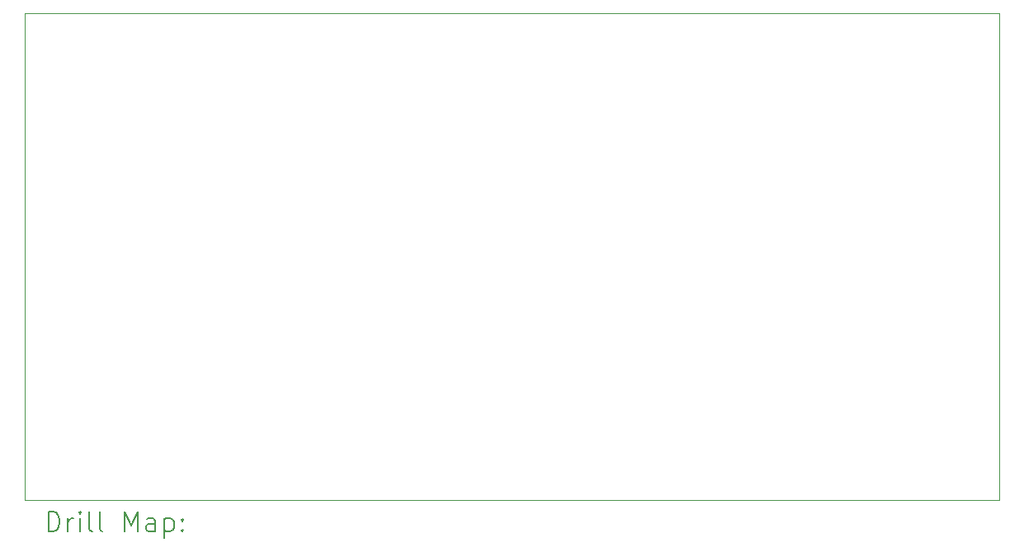
<source format=gbr>
%TF.GenerationSoftware,KiCad,Pcbnew,7.0.1*%
%TF.CreationDate,2023-07-21T17:07:46+02:00*%
%TF.ProjectId,K_PSU_filter,4b5f5053-555f-4666-996c-7465722e6b69,rev?*%
%TF.SameCoordinates,Original*%
%TF.FileFunction,Drillmap*%
%TF.FilePolarity,Positive*%
%FSLAX45Y45*%
G04 Gerber Fmt 4.5, Leading zero omitted, Abs format (unit mm)*
G04 Created by KiCad (PCBNEW 7.0.1) date 2023-07-21 17:07:46*
%MOMM*%
%LPD*%
G01*
G04 APERTURE LIST*
%ADD10C,0.100000*%
%ADD11C,0.200000*%
G04 APERTURE END LIST*
D10*
X10400000Y-3550000D02*
X20400000Y-3550000D01*
X20400000Y-8550000D01*
X10400000Y-8550000D01*
X10400000Y-3550000D01*
D11*
X10642619Y-8867524D02*
X10642619Y-8667524D01*
X10642619Y-8667524D02*
X10690238Y-8667524D01*
X10690238Y-8667524D02*
X10718810Y-8677048D01*
X10718810Y-8677048D02*
X10737857Y-8696095D01*
X10737857Y-8696095D02*
X10747381Y-8715143D01*
X10747381Y-8715143D02*
X10756905Y-8753238D01*
X10756905Y-8753238D02*
X10756905Y-8781810D01*
X10756905Y-8781810D02*
X10747381Y-8819905D01*
X10747381Y-8819905D02*
X10737857Y-8838952D01*
X10737857Y-8838952D02*
X10718810Y-8858000D01*
X10718810Y-8858000D02*
X10690238Y-8867524D01*
X10690238Y-8867524D02*
X10642619Y-8867524D01*
X10842619Y-8867524D02*
X10842619Y-8734190D01*
X10842619Y-8772286D02*
X10852143Y-8753238D01*
X10852143Y-8753238D02*
X10861667Y-8743714D01*
X10861667Y-8743714D02*
X10880714Y-8734190D01*
X10880714Y-8734190D02*
X10899762Y-8734190D01*
X10966429Y-8867524D02*
X10966429Y-8734190D01*
X10966429Y-8667524D02*
X10956905Y-8677048D01*
X10956905Y-8677048D02*
X10966429Y-8686571D01*
X10966429Y-8686571D02*
X10975952Y-8677048D01*
X10975952Y-8677048D02*
X10966429Y-8667524D01*
X10966429Y-8667524D02*
X10966429Y-8686571D01*
X11090238Y-8867524D02*
X11071190Y-8858000D01*
X11071190Y-8858000D02*
X11061667Y-8838952D01*
X11061667Y-8838952D02*
X11061667Y-8667524D01*
X11195000Y-8867524D02*
X11175952Y-8858000D01*
X11175952Y-8858000D02*
X11166429Y-8838952D01*
X11166429Y-8838952D02*
X11166429Y-8667524D01*
X11423571Y-8867524D02*
X11423571Y-8667524D01*
X11423571Y-8667524D02*
X11490238Y-8810381D01*
X11490238Y-8810381D02*
X11556905Y-8667524D01*
X11556905Y-8667524D02*
X11556905Y-8867524D01*
X11737857Y-8867524D02*
X11737857Y-8762762D01*
X11737857Y-8762762D02*
X11728333Y-8743714D01*
X11728333Y-8743714D02*
X11709286Y-8734190D01*
X11709286Y-8734190D02*
X11671190Y-8734190D01*
X11671190Y-8734190D02*
X11652143Y-8743714D01*
X11737857Y-8858000D02*
X11718809Y-8867524D01*
X11718809Y-8867524D02*
X11671190Y-8867524D01*
X11671190Y-8867524D02*
X11652143Y-8858000D01*
X11652143Y-8858000D02*
X11642619Y-8838952D01*
X11642619Y-8838952D02*
X11642619Y-8819905D01*
X11642619Y-8819905D02*
X11652143Y-8800857D01*
X11652143Y-8800857D02*
X11671190Y-8791333D01*
X11671190Y-8791333D02*
X11718809Y-8791333D01*
X11718809Y-8791333D02*
X11737857Y-8781810D01*
X11833095Y-8734190D02*
X11833095Y-8934190D01*
X11833095Y-8743714D02*
X11852143Y-8734190D01*
X11852143Y-8734190D02*
X11890238Y-8734190D01*
X11890238Y-8734190D02*
X11909286Y-8743714D01*
X11909286Y-8743714D02*
X11918809Y-8753238D01*
X11918809Y-8753238D02*
X11928333Y-8772286D01*
X11928333Y-8772286D02*
X11928333Y-8829429D01*
X11928333Y-8829429D02*
X11918809Y-8848476D01*
X11918809Y-8848476D02*
X11909286Y-8858000D01*
X11909286Y-8858000D02*
X11890238Y-8867524D01*
X11890238Y-8867524D02*
X11852143Y-8867524D01*
X11852143Y-8867524D02*
X11833095Y-8858000D01*
X12014048Y-8848476D02*
X12023571Y-8858000D01*
X12023571Y-8858000D02*
X12014048Y-8867524D01*
X12014048Y-8867524D02*
X12004524Y-8858000D01*
X12004524Y-8858000D02*
X12014048Y-8848476D01*
X12014048Y-8848476D02*
X12014048Y-8867524D01*
X12014048Y-8743714D02*
X12023571Y-8753238D01*
X12023571Y-8753238D02*
X12014048Y-8762762D01*
X12014048Y-8762762D02*
X12004524Y-8753238D01*
X12004524Y-8753238D02*
X12014048Y-8743714D01*
X12014048Y-8743714D02*
X12014048Y-8762762D01*
M02*

</source>
